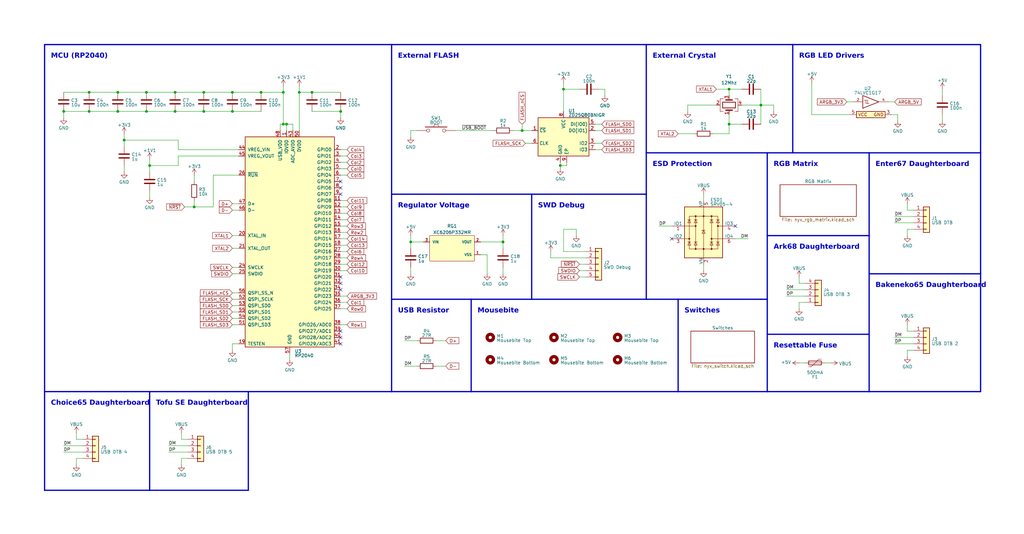
<source format=kicad_sch>
(kicad_sch (version 20220404) (generator eeschema)
  (paper "User" 408.508 213.004)
  (title_block (title "Nyx") (date "2023-08-15") (rev "2") (comment 1 "Copyright © 2023 HorrorTroll") (comment 2 "GPL2 License"))
  (junction (at 69.85 44.45))
  (junction (at 35.56 36.83))
  (junction (at 46.99 44.45))
  (junction (at 77.47 82.55))
  (junction (at 290.83 49.53))
  (junction (at 119.38 36.83))
  (junction (at 25.4 44.45))
  (junction (at 58.42 36.83))
  (junction (at 135.89 44.45))
  (junction (at 104.14 36.83))
  (junction (at 303.53 41.91))
  (junction (at 200.66 96.52))
  (junction (at 124.46 36.83))
  (junction (at 92.71 44.45))
  (junction (at 163.83 96.52))
  (junction (at 114.3 49.53))
  (junction (at 35.56 44.45))
  (junction (at 81.28 44.45))
  (junction (at 224.79 35.56))
  (junction (at 113.03 36.83))
  (junction (at 208.28 52.07))
  (junction (at 113.03 49.53))
  (junction (at 46.99 36.83))
  (junction (at 290.83 35.56))
  (junction (at 69.85 36.83))
  (junction (at 223.52 66.04))
  (junction (at 92.71 36.83))
  (junction (at 49.53 55.88))
  (junction (at 59.69 66.04))
  (junction (at 58.42 44.45))
  (junction (at 81.28 36.83))
  (no_connect (at 135.89 132.08))
  (no_connect (at 135.89 137.16))
  (no_connect (at 135.89 77.47))
  (no_connect (at 135.89 74.93))
  (no_connect (at 135.89 134.62))
  (no_connect (at 135.89 115.57))
  (no_connect (at 135.89 113.03))
  (no_connect (at 135.89 72.39))
  (no_connect (at 267.97 95.25))
  (no_connect (at 293.37 90.17))
  (no_connect (at 135.89 110.49))
  (wire (pts (xy 135.89 95.25) (xy 138.43 95.25)))
  (wire (pts (xy 92.71 81.28) (xy 95.25 81.28)))
  (wire (pts (xy 77.47 82.55) (xy 85.09 82.55)))
  (polyline (pts (xy 346.71 60.96) (xy 391.16 60.96)) (stroke (width 0.5) (type solid)))
  (wire (pts (xy 33.02 175.26) (xy 30.48 175.26)))
  (wire (pts (xy 163.83 106.68) (xy 163.83 109.22)))
  (wire (pts (xy 224.79 35.56) (xy 231.14 35.56)))
  (wire (pts (xy 71.12 59.69) (xy 95.25 59.69)))
  (wire (pts (xy 72.39 172.72) (xy 72.39 175.26)))
  (wire (pts (xy 58.42 36.83) (xy 69.85 36.83)))
  (wire (pts (xy 177.8 135.89) (xy 173.99 135.89)))
  (wire (pts (xy 92.71 99.06) (xy 95.25 99.06)))
  (polyline (pts (xy 257.81 119.38) (xy 257.81 77.47)) (stroke (width 0.5) (type solid)))
  (wire (pts (xy 33.02 182.88) (xy 30.48 182.88)))
  (wire (pts (xy 135.89 59.69) (xy 138.43 59.69)))
  (wire (pts (xy 375.92 45.72) (xy 375.92 48.26)))
  (wire (pts (xy 361.95 81.28) (xy 361.95 83.82)))
  (wire (pts (xy 181.61 52.07) (xy 196.85 52.07)))
  (wire (pts (xy 119.38 36.83) (xy 124.46 36.83)))
  (wire (pts (xy 233.68 100.33) (xy 224.79 100.33)))
  (wire (pts (xy 204.47 52.07) (xy 208.28 52.07)))
  (wire (pts (xy 30.48 182.88) (xy 30.48 185.42)))
  (wire (pts (xy 49.53 66.04) (xy 49.53 68.58)))
  (wire (pts (xy 323.85 33.02) (xy 323.85 45.72)))
  (wire (pts (xy 208.28 52.07) (xy 212.09 52.07)))
  (wire (pts (xy 318.77 120.65) (xy 318.77 123.19)))
  (wire (pts (xy 219.71 102.87) (xy 233.68 102.87)))
  (wire (pts (xy 92.71 116.84) (xy 95.25 116.84)))
  (polyline (pts (xy 316.23 17.78) (xy 257.81 17.78)) (stroke (width 0.5) (type solid)))
  (wire (pts (xy 238.76 35.56) (xy 241.3 35.56)))
  (wire (pts (xy 237.49 57.15) (xy 240.03 57.15)))
  (wire (pts (xy 224.79 100.33) (xy 224.79 91.44)))
  (polyline (pts (xy 156.21 156.21) (xy 156.21 119.38)) (stroke (width 0.5) (type solid)))
  (wire (pts (xy 231.14 105.41) (xy 233.68 105.41)))
  (polyline (pts (xy 156.21 17.78) (xy 257.81 17.78)) (stroke (width 0.5) (type solid)))
  (wire (pts (xy 114.3 49.53) (xy 114.3 52.07)))
  (polyline (pts (xy 346.71 156.21) (xy 391.16 156.21)) (stroke (width 0.5) (type solid)))
  (polyline (pts (xy 59.69 195.58) (xy 59.69 156.21)) (stroke (width 0.5) (type solid)))
  (wire (pts (xy 355.6 45.72) (xy 358.14 45.72)))
  (wire (pts (xy 313.69 115.57) (xy 321.31 115.57)))
  (wire (pts (xy 223.52 66.04) (xy 223.52 67.31)))
  (polyline (pts (xy 346.71 133.35) (xy 306.07 133.35)) (stroke (width 0.5) (type solid)))
  (wire (pts (xy 114.3 49.53) (xy 113.03 49.53)))
  (wire (pts (xy 119.38 34.29) (xy 119.38 36.83)))
  (wire (pts (xy 223.52 66.04) (xy 226.06 66.04)))
  (wire (pts (xy 25.4 44.45) (xy 25.4 46.99)))
  (wire (pts (xy 231.14 107.95) (xy 233.68 107.95)))
  (wire (pts (xy 364.49 91.44) (xy 361.95 91.44)))
  (wire (pts (xy 339.09 45.72) (xy 323.85 45.72)))
  (wire (pts (xy 356.87 134.62) (xy 364.49 134.62)))
  (wire (pts (xy 138.43 80.01) (xy 135.89 80.01)))
  (wire (pts (xy 69.85 36.83) (xy 81.28 36.83)))
  (polyline (pts (xy 156.21 156.21) (xy 17.78 156.21)) (stroke (width 0.5) (type solid)))
  (wire (pts (xy 92.71 119.38) (xy 95.25 119.38)))
  (polyline (pts (xy 346.71 93.98) (xy 306.07 93.98)) (stroke (width 0.5) (type solid)))
  (wire (pts (xy 241.3 35.56) (xy 241.3 38.1)))
  (wire (pts (xy 92.71 121.92) (xy 95.25 121.92)))
  (wire (pts (xy 135.89 90.17) (xy 138.43 90.17)))
  (polyline (pts (xy 156.21 119.38) (xy 156.21 77.47)) (stroke (width 0.5) (type solid)))
  (wire (pts (xy 92.71 36.83) (xy 104.14 36.83)))
  (polyline (pts (xy 17.78 156.21) (xy 17.78 17.78)) (stroke (width 0.5) (type solid)))
  (polyline (pts (xy 257.81 119.38) (xy 212.09 119.38)) (stroke (width 0.5) (type solid)))
  (polyline (pts (xy 270.51 119.38) (xy 303.53 119.38)) (stroke (width 0.5) (type solid)))
  (wire (pts (xy 200.66 96.52) (xy 200.66 99.06)))
  (wire (pts (xy 226.06 66.04) (xy 226.06 64.77)))
  (wire (pts (xy 25.4 36.83) (xy 35.56 36.83)))
  (wire (pts (xy 191.77 96.52) (xy 200.66 96.52)))
  (wire (pts (xy 290.83 35.56) (xy 290.83 38.1)))
  (polyline (pts (xy 99.06 195.58) (xy 99.06 156.21)) (stroke (width 0.5) (type solid)))
  (polyline (pts (xy 187.96 156.21) (xy 187.96 119.38)) (stroke (width 0.5) (type solid)))
  (polyline (pts (xy 270.51 156.21) (xy 187.96 156.21)) (stroke (width 0.5) (type solid)))
  (polyline (pts (xy 59.69 195.58) (xy 99.06 195.58)) (stroke (width 0.5) (type solid)))
  (wire (pts (xy 72.39 182.88) (xy 72.39 185.42)))
  (polyline (pts (xy 212.09 119.38) (xy 212.09 77.47)) (stroke (width 0.5) (type solid)))
  (polyline (pts (xy 306.07 119.38) (xy 306.07 93.98)) (stroke (width 0.5) (type solid)))
  (wire (pts (xy 85.09 82.55) (xy 85.09 69.85)))
  (wire (pts (xy 73.66 82.55) (xy 77.47 82.55)))
  (wire (pts (xy 274.32 41.91) (xy 285.75 41.91)))
  (polyline (pts (xy 303.53 119.38) (xy 306.07 119.38)) (stroke (width 0.5) (type solid)))
  (polyline (pts (xy 257.81 77.47) (xy 212.09 77.47)) (stroke (width 0.5) (type solid)))
  (wire (pts (xy 280.67 77.47) (xy 280.67 80.01)))
  (wire (pts (xy 200.66 106.68) (xy 200.66 109.22)))
  (wire (pts (xy 364.49 139.7) (xy 361.95 139.7)))
  (wire (pts (xy 95.25 137.16) (xy 92.71 137.16)))
  (wire (pts (xy 77.47 82.55) (xy 77.47 80.01)))
  (wire (pts (xy 49.53 55.88) (xy 49.53 58.42)))
  (polyline (pts (xy 306.07 156.21) (xy 270.51 156.21)) (stroke (width 0.5) (type solid)))
  (wire (pts (xy 318.77 144.78) (xy 321.31 144.78)))
  (polyline (pts (xy 187.96 156.21) (xy 156.21 156.21)) (stroke (width 0.5) (type solid)))
  (wire (pts (xy 194.31 101.6) (xy 194.31 109.22)))
  (wire (pts (xy 92.71 83.82) (xy 95.25 83.82)))
  (wire (pts (xy 67.31 177.8) (xy 74.93 177.8)))
  (wire (pts (xy 25.4 177.8) (xy 33.02 177.8)))
  (wire (pts (xy 356.87 137.16) (xy 364.49 137.16)))
  (wire (pts (xy 237.49 49.53) (xy 240.03 49.53)))
  (wire (pts (xy 209.55 57.15) (xy 212.09 57.15)))
  (wire (pts (xy 81.28 36.83) (xy 92.71 36.83)))
  (polyline (pts (xy 346.71 93.98) (xy 346.71 60.96)) (stroke (width 0.5) (type solid)))
  (wire (pts (xy 313.69 118.11) (xy 321.31 118.11)))
  (polyline (pts (xy 346.71 60.96) (xy 316.23 60.96)) (stroke (width 0.5) (type solid)))
  (wire (pts (xy 25.4 44.45) (xy 35.56 44.45)))
  (wire (pts (xy 77.47 69.85) (xy 77.47 72.39)))
  (wire (pts (xy 354.33 40.64) (xy 356.87 40.64)))
  (wire (pts (xy 280.67 105.41) (xy 280.67 107.95)))
  (wire (pts (xy 361.95 129.54) (xy 361.95 132.08)))
  (wire (pts (xy 284.48 53.34) (xy 290.83 53.34)))
  (wire (pts (xy 92.71 124.46) (xy 95.25 124.46)))
  (wire (pts (xy 135.89 85.09) (xy 138.43 85.09)))
  (wire (pts (xy 135.89 100.33) (xy 138.43 100.33)))
  (wire (pts (xy 318.77 110.49) (xy 318.77 113.03)))
  (polyline (pts (xy 391.16 60.96) (xy 391.16 109.22)) (stroke (width 0.5) (type solid)))
  (wire (pts (xy 337.82 40.64) (xy 340.36 40.64)))
  (polyline (pts (xy 346.71 156.21) (xy 306.07 156.21)) (stroke (width 0.5) (type solid)))
  (polyline (pts (xy 346.71 133.35) (xy 346.71 93.98)) (stroke (width 0.5) (type solid)))
  (wire (pts (xy 135.89 123.19) (xy 138.43 123.19)))
  (wire (pts (xy 177.8 146.05) (xy 173.99 146.05)))
  (wire (pts (xy 59.69 66.04) (xy 71.12 66.04)))
  (wire (pts (xy 135.89 64.77) (xy 138.43 64.77)))
  (wire (pts (xy 295.91 41.91) (xy 303.53 41.91)))
  (wire (pts (xy 163.83 96.52) (xy 168.91 96.52)))
  (wire (pts (xy 208.28 49.53) (xy 208.28 52.07)))
  (wire (pts (xy 135.89 82.55) (xy 138.43 82.55)))
  (wire (pts (xy 35.56 36.83) (xy 46.99 36.83)))
  (wire (pts (xy 318.77 113.03) (xy 321.31 113.03)))
  (wire (pts (xy 161.29 135.89) (xy 166.37 135.89)))
  (wire (pts (xy 163.83 52.07) (xy 163.83 54.61)))
  (wire (pts (xy 59.69 66.04) (xy 59.69 63.5)))
  (polyline (pts (xy 270.51 119.38) (xy 257.81 119.38)) (stroke (width 0.5) (type solid)))
  (wire (pts (xy 113.03 49.53) (xy 111.76 49.53)))
  (wire (pts (xy 92.71 109.22) (xy 95.25 109.22)))
  (wire (pts (xy 375.92 35.56) (xy 375.92 38.1)))
  (wire (pts (xy 135.89 87.63) (xy 138.43 87.63)))
  (wire (pts (xy 191.77 101.6) (xy 194.31 101.6)))
  (wire (pts (xy 328.93 144.78) (xy 331.47 144.78)))
  (wire (pts (xy 115.57 140.97) (xy 115.57 143.51)))
  (polyline (pts (xy 316.23 60.96) (xy 257.81 60.96)) (stroke (width 0.5) (type solid)))
  (polyline (pts (xy 306.07 119.38) (xy 306.07 156.21)) (stroke (width 0.5) (type solid)))
  (polyline (pts (xy 156.21 77.47) (xy 156.21 17.78)) (stroke (width 0.5) (type solid)))
  (wire (pts (xy 35.56 44.45) (xy 46.99 44.45)))
  (polyline (pts (xy 270.51 156.21) (xy 270.51 119.38)) (stroke (width 0.5) (type solid)))
  (wire (pts (xy 290.83 53.34) (xy 290.83 49.53)))
  (polyline (pts (xy 187.96 119.38) (xy 156.21 119.38)) (stroke (width 0.5) (type solid)))
  (wire (pts (xy 92.71 127) (xy 95.25 127)))
  (wire (pts (xy 92.71 137.16) (xy 92.71 139.7)))
  (polyline (pts (xy 346.71 156.21) (xy 346.71 133.35)) (stroke (width 0.5) (type solid)))
  (wire (pts (xy 361.95 91.44) (xy 361.95 93.98)))
  (wire (pts (xy 219.71 100.33) (xy 219.71 102.87)))
  (wire (pts (xy 71.12 55.88) (xy 71.12 59.69)))
  (polyline (pts (xy 391.16 17.78) (xy 391.16 60.96)) (stroke (width 0.5) (type solid)))
  (wire (pts (xy 81.28 44.45) (xy 92.71 44.45)))
  (polyline (pts (xy 212.09 119.38) (xy 187.96 119.38)) (stroke (width 0.5) (type solid)))
  (wire (pts (xy 224.79 33.02) (xy 224.79 35.56)))
  (wire (pts (xy 59.69 66.04) (xy 59.69 68.58)))
  (wire (pts (xy 119.38 36.83) (xy 119.38 52.07)))
  (wire (pts (xy 293.37 95.25) (xy 298.45 95.25)))
  (wire (pts (xy 356.87 88.9) (xy 364.49 88.9)))
  (wire (pts (xy 49.53 53.34) (xy 49.53 55.88)))
  (wire (pts (xy 303.53 41.91) (xy 308.61 41.91)))
  (wire (pts (xy 135.89 67.31) (xy 138.43 67.31)))
  (wire (pts (xy 237.49 59.69) (xy 240.03 59.69)))
  (wire (pts (xy 223.52 66.04) (xy 223.52 64.77)))
  (wire (pts (xy 71.12 66.04) (xy 71.12 62.23)))
  (wire (pts (xy 135.89 92.71) (xy 138.43 92.71)))
  (wire (pts (xy 46.99 44.45) (xy 58.42 44.45)))
  (wire (pts (xy 231.14 110.49) (xy 233.68 110.49)))
  (wire (pts (xy 290.83 45.72) (xy 290.83 49.53)))
  (wire (pts (xy 135.89 97.79) (xy 138.43 97.79)))
  (wire (pts (xy 308.61 41.91) (xy 308.61 44.45)))
  (wire (pts (xy 74.93 175.26) (xy 72.39 175.26)))
  (wire (pts (xy 358.14 45.72) (xy 358.14 48.26)))
  (polyline (pts (xy 17.78 17.78) (xy 156.21 17.78)) (stroke (width 0.5) (type solid)))
  (wire (pts (xy 92.71 106.68) (xy 95.25 106.68)))
  (wire (pts (xy 290.83 35.56) (xy 295.91 35.56)))
  (wire (pts (xy 113.03 36.83) (xy 113.03 49.53)))
  (wire (pts (xy 163.83 93.98) (xy 163.83 96.52)))
  (wire (pts (xy 224.79 35.56) (xy 224.79 44.45)))
  (wire (pts (xy 74.93 182.88) (xy 72.39 182.88)))
  (polyline (pts (xy 17.78 156.21) (xy 17.78 195.58)) (stroke (width 0.5) (type solid)))
  (wire (pts (xy 135.89 69.85) (xy 138.43 69.85)))
  (polyline (pts (xy 257.81 77.47) (xy 257.81 60.96)) (stroke (width 0.5) (type solid)))
  (wire (pts (xy 92.71 44.45) (xy 104.14 44.45)))
  (wire (pts (xy 321.31 120.65) (xy 318.77 120.65)))
  (wire (pts (xy 135.89 118.11) (xy 138.43 118.11)))
  (wire (pts (xy 135.89 129.54) (xy 138.43 129.54)))
  (wire (pts (xy 49.53 55.88) (xy 71.12 55.88)))
  (wire (pts (xy 92.71 93.98) (xy 95.25 93.98)))
  (wire (pts (xy 58.42 44.45) (xy 69.85 44.45)))
  (wire (pts (xy 200.66 93.98) (xy 200.66 96.52)))
  (polyline (pts (xy 391.16 109.22) (xy 346.71 109.22)) (stroke (width 0.5) (type solid)))
  (wire (pts (xy 224.79 91.44) (xy 229.87 91.44)))
  (wire (pts (xy 303.53 35.56) (xy 303.53 41.91)))
  (wire (pts (xy 356.87 86.36) (xy 364.49 86.36)))
  (polyline (pts (xy 156.21 77.47) (xy 212.09 77.47)) (stroke (width 0.5) (type solid)))
  (wire (pts (xy 135.89 102.87) (xy 138.43 102.87)))
  (wire (pts (xy 285.75 35.56) (xy 290.83 35.56)))
  (wire (pts (xy 364.49 132.08) (xy 361.95 132.08)))
  (wire (pts (xy 69.85 44.45) (xy 81.28 44.45)))
  (wire (pts (xy 364.49 83.82) (xy 361.95 83.82)))
  (polyline (pts (xy 306.07 93.98) (xy 306.07 60.96)) (stroke (width 0.5) (type solid)))
  (wire (pts (xy 361.95 139.7) (xy 361.95 142.24)))
  (wire (pts (xy 274.32 41.91) (xy 274.32 44.45)))
  (wire (pts (xy 290.83 49.53) (xy 295.91 49.53)))
  (wire (pts (xy 135.89 107.95) (xy 138.43 107.95)))
  (polyline (pts (xy 391.16 109.22) (xy 391.16 156.21)) (stroke (width 0.5) (type solid)))
  (wire (pts (xy 270.51 53.34) (xy 276.86 53.34)))
  (wire (pts (xy 25.4 180.34) (xy 33.02 180.34)))
  (wire (pts (xy 163.83 96.52) (xy 163.83 99.06)))
  (wire (pts (xy 46.99 36.83) (xy 58.42 36.83)))
  (wire (pts (xy 30.48 172.72) (xy 30.48 175.26)))
  (wire (pts (xy 92.71 129.54) (xy 95.25 129.54)))
  (polyline (pts (xy 17.78 195.58) (xy 59.69 195.58)) (stroke (width 0.5) (type solid)))
  (wire (pts (xy 135.89 62.23) (xy 138.43 62.23)))
  (wire (pts (xy 229.87 91.44) (xy 229.87 93.98)))
  (wire (pts (xy 67.31 180.34) (xy 74.93 180.34)))
  (wire (pts (xy 71.12 62.23) (xy 95.25 62.23)))
  (wire (pts (xy 135.89 44.45) (xy 135.89 46.99)))
  (wire (pts (xy 116.84 49.53) (xy 114.3 49.53)))
  (wire (pts (xy 104.14 36.83) (xy 113.03 36.83)))
  (wire (pts (xy 59.69 76.2) (xy 59.69 78.74)))
  (wire (pts (xy 262.89 90.17) (xy 267.97 90.17)))
  (polyline (pts (xy 316.23 60.96) (xy 316.23 17.78)) (stroke (width 0.5) (type solid)))
  (wire (pts (xy 161.29 146.05) (xy 166.37 146.05)))
  (wire (pts (xy 124.46 44.45) (xy 135.89 44.45)))
  (wire (pts (xy 166.37 52.07) (xy 163.83 52.07)))
  (wire (pts (xy 135.89 120.65) (xy 138.43 120.65)))
  (wire (pts (xy 124.46 36.83) (xy 135.89 36.83)))
  (wire (pts (xy 237.49 52.07) (xy 240.03 52.07)))
  (wire (pts (xy 116.84 52.07) (xy 116.84 49.53)))
  (wire (pts (xy 85.09 69.85) (xy 95.25 69.85)))
  (wire (pts (xy 111.76 49.53) (xy 111.76 52.07)))
  (polyline (pts (xy 391.16 17.78) (xy 316.23 17.78)) (stroke (width 0.5) (type solid)))
  (wire (pts (xy 135.89 105.41) (xy 138.43 105.41)))
  (wire (pts (xy 113.03 34.29) (xy 113.03 36.83)))
  (wire (pts (xy 303.53 41.91) (xy 303.53 49.53)))
  (polyline (pts (xy 257.81 60.96) (xy 257.81 17.78)) (stroke (width 0.5) (type solid)))
  (text "Switches" (at 273.05 125.73 0) (effects (font (size 2 2) (thickness 0.4) bold) (justify left bottom)))
  (text "Enter67 Daughterboard" (at 349.25 67.31 0) (effects (font (size 2 2) (thickness 0.4) bold) (justify left bottom)))
  (text "MCU (RP2040)" (at 20.32 24.13 0) (effects (font (size 2 2) (thickness 0.4) bold) (justify left bottom)))
  (text "External Crystal" (at 260.35 24.13 0) (effects (font (size 2 2) (thickness 0.4) bold) (justify left bottom)))
  (text "RGB Matrix" (at 308.61 67.31 0) (effects (font (size 2 2) (thickness 0.4) bold) (justify left bottom)))
  (text "USB Resistor" (at 158.75 125.73 0) (effects (font (size 2 2) (thickness 0.4) bold) (justify left bottom)))
  (text "Choice65 Daughterboard" (at 20.32 162.56 0) (effects (font (size 2 2) (thickness 0.4) bold) (justify left bottom)))
  (text "Mousebite" (at 190.5 125.73 0) (effects (font (size 2 2) (thickness 0.4) bold) (justify left bottom)))
  (text "Bakeneko65 Daughterboard" (at 349.25 115.57 0) (effects (font (size 2 2) (thickness 0.4) bold) (justify left bottom)))
  (text "Resettable Fuse" (at 308.61 139.7 0) (effects (font (size 2 2) (thickness 0.4) bold) (justify left bottom)))
  (text "ESD Protection" (at 260.35 67.31 0) (effects (font (size 2 2) (thickness 0.4) bold) (justify left bottom)))
  (text "Tofu SE Daughterboard" (at 62.23 162.56 0) (effects (font (size 2 2) (thickness 0.4) bold) (justify left bottom)))
  (text "Ark68 Daughterboard" (at 308.61 100.33 0) (effects (font (size 2 2) (thickness 0.4) bold) (justify left bottom)))
  (text "RGB LED Drivers" (at 318.77 24.13 0) (effects (font (size 2 2) (thickness 0.4) bold) (justify left bottom)))
  (text "SWD Debug" (at 214.63 83.82 0) (effects (font (size 2 2) (thickness 0.4) bold) (justify left bottom)))
  (text "Regulator Voltage" (at 158.75 83.82 0) (effects (font (size 2 2) (thickness 0.4) bold) (justify left bottom)))
  (text "External FLASH" (at 158.75 24.13 0) (effects (font (size 2 2) (thickness 0.4) bold) (justify left bottom)))
  (label "DM" (at 356.87 86.36 0))
  (label "DP" (at 262.89 90.17 0))
  (label "DP" (at 67.31 180.34 0))
  (label "DM" (at 161.29 146.05 0))
  (label "DP" (at 356.87 137.16 0))
  (label "DP" (at 356.87 88.9 0))
  (label "~{USB_BOOT}" (at 184.15 52.07 0))
  (label "DM" (at 298.45 95.25 0))
  (label "DP" (at 161.29 135.89 0))
  (label "DM" (at 25.4 177.8 0))
  (label "DM" (at 356.87 134.62 0))
  (label "DP" (at 313.69 118.11 0))
  (label "DM" (at 313.69 115.57 0))
  (label "DM" (at 67.31 177.8 0))
  (label "DP" (at 25.4 180.34 0))
  (global_label "SWDIO" (shape input) (at 92.71 109.22 180) (property "Intersheetrefs" "${INTERSHEET_REFS}" (effects hide)))
  (global_label "Row0" (shape input) (at 138.43 123.19 0) (property "Intersheetrefs" "${INTERSHEET_REFS}" (effects hide)))
  (global_label "Col13" (shape input) (at 138.43 97.79 0) (property "Intersheetrefs" "${INTERSHEET_REFS}" (effects hide)))
  (global_label "Col3" (shape input) (at 138.43 62.23 0) (property "Intersheetrefs" "${INTERSHEET_REFS}" (effects hide)))
  (global_label "FLASH_SCK" (shape input) (at 209.55 57.15 180) (property "Intersheetrefs" "${INTERSHEET_REFS}" (effects hide)))
  (global_label "FLASH_SD1" (shape input) (at 92.71 124.46 180) (property "Intersheetrefs" "${INTERSHEET_REFS}" (effects hide)))
  (global_label "Col7" (shape input) (at 138.43 87.63 0) (property "Intersheetrefs" "${INTERSHEET_REFS}" (effects hide)))
  (global_label "FLASH_SD3" (shape input) (at 92.71 129.54 180) (property "Intersheetrefs" "${INTERSHEET_REFS}" (effects hide)))
  (global_label "Col12" (shape input) (at 138.43 105.41 0) (property "Intersheetrefs" "${INTERSHEET_REFS}" (effects hide)))
  (global_label "Col11" (shape input) (at 138.43 80.01 0) (property "Intersheetrefs" "${INTERSHEET_REFS}" (effects hide)))
  (global_label "Col10" (shape input) (at 138.43 107.95 0) (property "Intersheetrefs" "${INTERSHEET_REFS}" (effects hide)))
  (global_label "ARGB_5V" (shape input) (at 356.87 40.64 0) (property "Intersheet References" "${INTERSHEET_REFS}" (effects hide)))
  (global_label "XTAL1" (shape input) (at 285.75 35.56 180) (property "Intersheetrefs" "${INTERSHEET_REFS}" (effects hide)))
  (global_label "~{NRST}" (shape input) (at 73.66 82.55 180) (property "Intersheetrefs" "${INTERSHEET_REFS}" (effects hide)))
  (global_label "XTAL1" (shape input) (at 92.71 93.98 180) (property "Intersheetrefs" "${INTERSHEET_REFS}" (effects hide)))
  (global_label "FLASH_SD2" (shape input) (at 92.71 127 180) (property "Intersheetrefs" "${INTERSHEET_REFS}" (effects hide)))
  (global_label "FLASH_SD3" (shape input) (at 240.03 59.69 0) (property "Intersheetrefs" "${INTERSHEET_REFS}" (effects hide)))
  (global_label "Col6" (shape input) (at 138.43 100.33 0) (property "Intersheetrefs" "${INTERSHEET_REFS}" (effects hide)))
  (global_label "Row4" (shape input) (at 138.43 102.87 0) (property "Intersheetrefs" "${INTERSHEET_REFS}" (effects hide)))
  (global_label "ARGB_3V3" (shape input) (at 337.82 40.64 180) (property "Intersheet References" "${INTERSHEET_REFS}" (effects hide)))
  (global_label "D+" (shape input) (at 92.71 81.28 180) (property "Intersheetrefs" "${INTERSHEET_REFS}" (effects hide)))
  (global_label "FLASH_SD0" (shape input) (at 92.71 121.92 180) (property "Intersheetrefs" "${INTERSHEET_REFS}" (effects hide)))
  (global_label "FLASH_SD2" (shape input) (at 240.03 57.15 0) (property "Intersheetrefs" "${INTERSHEET_REFS}" (effects hide)))
  (global_label "SWDIO" (shape input) (at 231.14 107.95 180) (property "Intersheetrefs" "${INTERSHEET_REFS}" (effects hide)))
  (global_label "D-" (shape input) (at 177.8 146.05 0) (property "Intersheet References" "${INTERSHEET_REFS}" (effects hide)))
  (global_label "Row2" (shape input) (at 138.43 92.71 0) (property "Intersheetrefs" "${INTERSHEET_REFS}" (effects hide)))
  (global_label "FLASH_SD0" (shape input) (at 240.03 49.53 0) (property "Intersheetrefs" "${INTERSHEET_REFS}" (effects hide)))
  (global_label "Col4" (shape input) (at 138.43 59.69 0) (property "Intersheetrefs" "${INTERSHEET_REFS}" (effects hide)))
  (global_label "Row3" (shape input) (at 138.43 90.17 0) (property "Intersheetrefs" "${INTERSHEET_REFS}" (effects hide)))
  (global_label "Col2" (shape input) (at 138.43 64.77 0) (property "Intersheetrefs" "${INTERSHEET_REFS}" (effects hide)))
  (global_label "XTAL2" (shape input) (at 270.51 53.34 180) (property "Intersheetrefs" "${INTERSHEET_REFS}" (effects hide)))
  (global_label "ARGB_3V3" (shape input) (at 138.43 118.11 0) (property "Intersheetrefs" "${INTERSHEET_REFS}" (effects hide)))
  (global_label "SWCLK" (shape input) (at 231.14 110.49 180) (property "Intersheetrefs" "${INTERSHEET_REFS}" (effects hide)))
  (global_label "XTAL2" (shape input) (at 92.71 99.06 180) (property "Intersheetrefs" "${INTERSHEET_REFS}" (effects hide)))
  (global_label "FLASH_SD1" (shape input) (at 240.03 52.07 0) (property "Intersheetrefs" "${INTERSHEET_REFS}" (effects hide)))
  (global_label "~{NRST}" (shape input) (at 231.14 105.41 180) (property "Intersheetrefs" "${INTERSHEET_REFS}" (effects hide)))
  (global_label "Col9" (shape input) (at 138.43 82.55 0) (property "Intersheetrefs" "${INTERSHEET_REFS}" (effects hide)))
  (global_label "Col5" (shape input) (at 138.43 69.85 0) (property "Intersheetrefs" "${INTERSHEET_REFS}" (effects hide)))
  (global_label "SWCLK" (shape input) (at 92.71 106.68 180) (property "Intersheetrefs" "${INTERSHEET_REFS}" (effects hide)))
  (global_label "Col1" (shape input) (at 138.43 120.65 0) (property "Intersheetrefs" "${INTERSHEET_REFS}" (effects hide)))
  (global_label "D+" (shape input) (at 177.8 135.89 0) (property "Intersheet References" "${INTERSHEET_REFS}" (effects hide)))
  (global_label "FLASH_SCK" (shape input) (at 92.71 119.38 180) (property "Intersheetrefs" "${INTERSHEET_REFS}" (effects hide)))
  (global_label "D-" (shape input) (at 92.71 83.82 180) (property "Intersheetrefs" "${INTERSHEET_REFS}" (effects hide)))
  (global_label "Row1" (shape input) (at 138.43 129.54 0) (property "Intersheetrefs" "${INTERSHEET_REFS}" (effects hide)))
  (global_label "FLASH_nCS" (shape input) (at 92.71 116.84 180) (property "Intersheetrefs" "${INTERSHEET_REFS}" (effects hide)))
  (global_label "Col0" (shape input) (at 138.43 67.31 0) (property "Intersheetrefs" "${INTERSHEET_REFS}" (effects hide)))
  (global_label "Col14" (shape input) (at 138.43 95.25 0) (property "Intersheetrefs" "${INTERSHEET_REFS}" (effects hide)))
  (global_label "FLASH_nCS" (shape input) (at 208.28 49.53 90) (property "Intersheetrefs" "${INTERSHEET_REFS}" (effects hide)))
  (global_label "Col8" (shape input) (at 138.43 85.09 0) (property "Intersheetrefs" "${INTERSHEET_REFS}" (effects hide)))
  (symbol (lib_id "power:+5V") (at 323.85 33.02 0) (unit 1)
    (default_instance (reference "#PWR") (unit 1) (value "+5V") (footprint ""))
    (property "Reference" "#PWR04" (effects hide))
    (property "Value" "+5V" (at 323.85 29.5371 0))
  )
  (symbol (lib_id "power:GND") (at 25.4 46.99 0) (unit 1)
    (default_instance (reference "#PWR") (unit 1) (value "GND") (footprint ""))
    (property "Reference" "#PWR0104" (effects hide))
    (property "Value" "GND" (at 25.4 51.0461 0))
  )
  (symbol (lib_id "Device:C") (at 35.56 40.64 0) (unit 1)
    (default_instance (reference "C") (unit 1) (value "C") (footprint ""))
    (property "Reference" "C4" (at 38.481 40.0455 0) (effects (justify left)))
    (property "Value" "100n" (at 38.481 41.8077 0) (effects (justify left)))
    (property "Footprint" "Capacitor_SMD:C_0402_1005Metric" (effects hide))
    (property "LCSC Part Number" "C307331" (effects hide))
  )
  (symbol (lib_id "power:GND") (at 163.83 54.61 0) (unit 1)
    (default_instance (reference "#PWR") (unit 1) (value "GND") (footprint ""))
    (property "Reference" "#PWR0117" (effects hide))
    (property "Value" "GND" (at 163.83 58.6661 0))
  )
  (symbol (lib_id "power:GND") (at 30.48 185.42 0) (unit 1)
    (default_instance (reference "#PWR") (unit 1) (value "GND") (footprint ""))
    (property "Reference" "#PWR019" (effects hide))
    (property "Value" "GND" (at 30.48 189.4761 0))
  )
  (symbol (lib_id "power:GND") (at 92.71 139.7 0) (unit 1)
    (default_instance (reference "#PWR") (unit 1) (value "GND") (footprint ""))
    (property "Reference" "#PWR0105" (effects hide))
    (property "Value" "GND" (at 92.71 143.7561 0))
  )
  (symbol (lib_id "power:VBUS") (at 361.95 129.54 0) (unit 1)
    (default_instance (reference "#PWR") (unit 1) (value "VBUS") (footprint ""))
    (property "Reference" "#PWR05" (effects hide))
    (property "Value" "VBUS" (at 361.95 126.0571 0))
  )
  (symbol (lib_id "power:GND") (at 361.95 142.24 0) (unit 1)
    (default_instance (reference "#PWR") (unit 1) (value "GND") (footprint ""))
    (property "Reference" "#PWR06" (effects hide))
    (property "Value" "GND" (at 361.95 146.2961 0))
  )
  (symbol (lib_id "power:VBUS") (at 30.48 172.72 0) (unit 1)
    (default_instance (reference "#PWR") (unit 1) (value "VBUS") (footprint ""))
    (property "Reference" "#PWR01" (effects hide))
    (property "Value" "VBUS" (at 30.48 169.2371 0))
  )
  (symbol (lib_id "Device:C") (at 81.28 40.64 0) (unit 1)
    (default_instance (reference "C") (unit 1) (value "C") (footprint ""))
    (property "Reference" "C8" (at 84.201 40.0455 0) (effects (justify left)))
    (property "Value" "100n" (at 84.201 41.8077 0) (effects (justify left)))
    (property "Footprint" "Capacitor_SMD:C_0402_1005Metric" (effects hide))
    (property "LCSC Part Number" "C307331" (effects hide))
  )
  (symbol (lib_id "Device:C") (at 49.53 62.23 0) (unit 1)
    (default_instance (reference "C") (unit 1) (value "C") (footprint ""))
    (property "Reference" "C14" (at 52.451 61.6355 0) (effects (justify left)))
    (property "Value" "1u" (at 52.451 63.3977 0) (effects (justify left)))
    (property "Footprint" "Capacitor_SMD:C_0402_1005Metric" (effects hide))
    (property "LCSC Part Number" "C52923" (effects hide))
  )
  (symbol (lib_id "Device:C") (at 58.42 40.64 0) (unit 1)
    (default_instance (reference "C") (unit 1) (value "C") (footprint ""))
    (property "Reference" "C6" (at 61.341 40.0455 0) (effects (justify left)))
    (property "Value" "100n" (at 61.341 41.8077 0) (effects (justify left)))
    (property "Footprint" "Capacitor_SMD:C_0402_1005Metric" (effects hide))
    (property "LCSC Part Number" "C307331" (effects hide))
  )
  (symbol (lib_id "Device:C") (at 69.85 40.64 0) (unit 1)
    (default_instance (reference "C") (unit 1) (value "C") (footprint ""))
    (property "Reference" "C7" (at 72.771 40.0455 0) (effects (justify left)))
    (property "Value" "100n" (at 72.771 41.8077 0) (effects (justify left)))
    (property "Footprint" "Capacitor_SMD:C_0402_1005Metric" (effects hide))
    (property "LCSC Part Number" "C307331" (effects hide))
  )
  (symbol (lib_id "Device:Polyfuse") (at 325.12 144.78 270) (unit 1)
    (default_instance (reference "F") (unit 1) (value "Polyfuse") (footprint ""))
    (property "Reference" "F1" (at 325.12 150.3522 90))
    (property "Value" "500mA" (at 325.12 148.59 90))
    (property "Footprint" "Fuse:Fuse_0805_2012Metric" (effects hide))
    (property "LCSC Part Number" "C269104" (effects hide))
  )
  (symbol (lib_id "power:VBUS") (at 361.95 81.28 0) (unit 1)
    (default_instance (reference "#PWR") (unit 1) (value "VBUS") (footprint ""))
    (property "Reference" "#PWR0134" (effects hide))
    (property "Value" "VBUS" (at 361.95 77.7971 0))
  )
  (symbol (lib_id "Mechanical:MountingHole") (at 195.58 134.62 0) (unit 1)
    (default_instance (reference "H") (unit 1) (value "MountingHole") (footprint ""))
    (property "Reference" "M1" (at 198.12 134.0255 0) (effects (justify left)))
    (property "Value" "Mousebite Top" (at 198.12 135.7877 0) (effects (justify left)))
    (property "Footprint" "HorrorTroll_lib:mousebites_2mm_big_width" (effects hide))
  )
  (symbol (lib_id "power:+3V3") (at 113.03 34.29 0) (unit 1)
    (default_instance (reference "#PWR") (unit 1) (value "+3V3") (footprint ""))
    (property "Reference" "#PWR0103" (effects hide))
    (property "Value" "+3V3" (at 113.03 30.8071 0))
  )
  (symbol (lib_id "power:GND") (at 223.52 67.31 0) (unit 1)
    (default_instance (reference "#PWR") (unit 1) (value "GND") (footprint ""))
    (property "Reference" "#PWR0125" (effects hide))
    (property "Value" "GND" (at 223.52 71.3661 0))
  )
  (symbol (lib_id "power:+5V") (at 318.77 144.78 90) (unit 1)
    (default_instance (reference "#PWR") (unit 1) (value "+5V") (footprint ""))
    (property "Reference" "#PWR0124" (effects hide))
    (property "Value" "+5V" (at 315.595 144.4934 90) (effects (justify left)))
  )
  (symbol (lib_id "power:+3V3") (at 49.53 53.34 0) (unit 1)
    (default_instance (reference "#PWR") (unit 1) (value "+3V3") (footprint ""))
    (property "Reference" "#PWR0107" (effects hide))
    (property "Value" "+3V3" (at 49.53 49.8571 0))
  )
  (symbol (lib_id "Device:C") (at 299.72 35.56 90) (unit 1)
    (default_instance (reference "C") (unit 1) (value "C") (footprint ""))
    (property "Reference" "C1" (at 299.72 30.5689 90))
    (property "Value" "22p" (at 299.72 32.3311 90))
    (property "Footprint" "Capacitor_SMD:C_0402_1005Metric" (effects hide))
    (property "LCSC Part Number" "C1555" (effects hide))
  )
  (symbol (lib_id "power:VBUS") (at 280.67 77.47 0) (unit 1)
    (default_instance (reference "#PWR") (unit 1) (value "VBUS") (footprint ""))
    (property "Reference" "#PWR0127" (effects hide))
    (property "Value" "VBUS" (at 280.67 73.9871 0))
  )
  (symbol (lib_id "power:GND") (at 229.87 93.98 0) (unit 1)
    (default_instance (reference "#PWR") (unit 1) (value "GND") (footprint ""))
    (property "Reference" "#PWR0121" (effects hide))
    (property "Value" "GND" (at 229.87 98.0361 0))
  )
  (symbol (lib_id "Device:C") (at 124.46 40.64 0) (unit 1)
    (default_instance (reference "C") (unit 1) (value "C") (footprint ""))
    (property "Reference" "C11" (at 127.381 40.0455 0) (effects (justify left)))
    (property "Value" "100n" (at 127.381 41.8077 0) (effects (justify left)))
    (property "Footprint" "Capacitor_SMD:C_0402_1005Metric" (effects hide))
    (property "LCSC Part Number" "C307331" (effects hide))
  )
  (symbol (lib_id "Device:R") (at 170.18 135.89 270) (unit 1)
    (default_instance (reference "U") (unit 1) (value "") (footprint ""))
    (property "Reference" "R4" (at 170.18 132.0419 90))
    (property "Value" "27R" (at 170.18 133.8041 90))
    (property "Footprint" "Resistor_SMD:R_0402_1005Metric" (effects hide))
    (property "LCSC Part Number" "C25100" (effects hide))
  )
  (symbol (lib_id "horrortroll_lib:ZD25Q80BNIGR") (at 224.79 54.61 0) (unit 1)
    (default_instance (reference "U") (unit 1) (value "ZD25Q80BNIGR") (footprint "HorrorTroll_lib:USON-8_1.5x1.5mm_P0.45mm"))
    (property "Reference" "U1" (at 226.7459 44.1579 0) (effects (justify left)))
    (property "Value" "ZD25Q80BNIGR" (at 226.7459 45.9201 0) (effects (justify left)))
    (property "Footprint" "HorrorTroll_lib:USON-8_1.5x1.5mm_P0.45mm" (effects hide))
    (property "Datasheet" "http://en.zettadevice.com/uploads/files/1Gb%20%20DDR3/25Q8Mb/1664327733fe2b423e0ab85aea.pdf" (effects hide))
    (property "LCSC Part Number" "C3035284" (effects hide))
  )
  (symbol (lib_id "power:GND") (at 72.39 185.42 0) (unit 1)
    (default_instance (reference "#PWR") (unit 1) (value "GND") (footprint ""))
    (property "Reference" "#PWR020" (effects hide))
    (property "Value" "GND" (at 72.39 189.4761 0))
  )
  (symbol (lib_id "power:GND") (at 318.77 123.19 0) (unit 1)
    (default_instance (reference "#PWR") (unit 1) (value "GND") (footprint ""))
    (property "Reference" "#PWR07" (effects hide))
    (property "Value" "GND" (at 318.77 127.2461 0))
  )
  (symbol (lib_id "Device:C") (at 46.99 40.64 0) (unit 1)
    (default_instance (reference "C") (unit 1) (value "C") (footprint ""))
    (property "Reference" "C5" (at 49.911 40.0455 0) (effects (justify left)))
    (property "Value" "100n" (at 49.911 41.8077 0) (effects (justify left)))
    (property "Footprint" "Capacitor_SMD:C_0402_1005Metric" (effects hide))
    (property "LCSC Part Number" "C307331" (effects hide))
  )
  (symbol (lib_id "power:+3V3") (at 77.47 69.85 0) (unit 1)
    (default_instance (reference "#PWR") (unit 1) (value "+3V3") (footprint ""))
    (property "Reference" "#PWR0106" (effects hide))
    (property "Value" "+3V3" (at 77.47 66.3671 0))
  )
  (symbol (lib_id "Mechanical:MountingHole") (at 246.38 134.62 0) (unit 1)
    (default_instance (reference "H") (unit 1) (value "MountingHole") (footprint ""))
    (property "Reference" "M3" (at 248.92 134.0255 0) (effects (justify left)))
    (property "Value" "Mousebite Top" (at 248.92 135.7877 0) (effects (justify left)))
    (property "Footprint" "HorrorTroll_lib:mousebites_2mm_big_width" (effects hide))
  )
  (symbol (lib_id "Connector_Generic:Conn_01x05") (at 238.76 105.41 0) (unit 1)
    (default_instance (reference "J") (unit 1) (value "Conn_01x05") (footprint ""))
    (property "Reference" "J2" (at 240.792 104.8155 0) (effects (justify left)))
    (property "Value" "SWD Debug" (at 240.792 106.5777 0) (effects (justify left)))
    (property "Footprint" "Connector_PinHeader_2.54mm:PinHeader_1x05_P2.54mm_Vertical" (effects hide))
  )
  (symbol (lib_id "Device:C") (at 299.72 49.53 90) (unit 1)
    (default_instance (reference "C") (unit 1) (value "C") (footprint ""))
    (property "Reference" "C13" (at 299.72 44.5389 90))
    (property "Value" "22p" (at 299.72 46.3011 90))
    (property "Footprint" "Capacitor_SMD:C_0402_1005Metric" (effects hide))
    (property "LCSC Part Number" "C1555" (effects hide))
  )
  (symbol (lib_id "Device:R") (at 77.47 76.2 0) (unit 1)
    (default_instance (reference "R") (unit 1) (value "R") (footprint ""))
    (property "Reference" "R3" (at 79.248 75.6055 0) (effects (justify left)))
    (property "Value" "10k" (at 79.248 77.3677 0) (effects (justify left)))
    (property "Footprint" "Resistor_SMD:R_0402_1005Metric" (effects hide))
    (property "LCSC Part Number" "C25744" (effects hide))
  )
  (symbol (lib_id "power:GND") (at 49.53 68.58 0) (unit 1)
    (default_instance (reference "#PWR") (unit 1) (value "GND") (footprint ""))
    (property "Reference" "#PWR0110" (effects hide))
    (property "Value" "GND" (at 49.53 72.6361 0))
  )
  (symbol (lib_id "horrortroll_lib:74LVC1G17") (at 346.71 40.64 0) (unit 1)
    (default_instance (reference "U") (unit 1) (value "74LVC1G17") (footprint "Package_TO_SOT_SMD:SOT-23-5"))
    (property "Reference" "U2" (at 346.075 35.2679 0))
    (property "Value" "74LVC1G17" (at 346.075 37.0301 0))
    (property "Footprint" "Package_TO_SOT_SMD:SOT-23-5" (effects hide))
    (property "Datasheet" "http://www.ti.com/lit/sg/scyt129e/scyt129e.pdf" (effects hide))
    (property "LCSC" "C7484" (effects hide))
    (property "LCSC Part Number" "C6076" (effects hide))
  )
  (symbol (lib_id "Device:C") (at 135.89 40.64 0) (unit 1)
    (default_instance (reference "C") (unit 1) (value "C") (footprint ""))
    (property "Reference" "C12" (at 138.811 40.0455 0) (effects (justify left)))
    (property "Value" "100n" (at 138.811 41.8077 0) (effects (justify left)))
    (property "Footprint" "Capacitor_SMD:C_0402_1005Metric" (effects hide))
    (property "LCSC Part Number" "C307331" (effects hide))
  )
  (symbol (lib_id "Connector_Generic:Conn_01x04") (at 80.01 177.8 0) (unit 1)
    (default_instance (reference "J") (unit 1) (value "Conn_01x04") (footprint ""))
    (property "Reference" "J6" (at 82.042 178.4755 0) (effects (justify left)))
    (property "Value" "USB DTB 5" (at 82.042 180.2377 0) (effects (justify left)))
    (property "Footprint" "Connector_JST:JST_SH_SM04B-SRSS-TB_1x04-1MP_P1.00mm_Horizontal" (effects hide))
    (property "LCSC Part Number" "C160404" (effects hide))
  )
  (symbol (lib_id "Device:C") (at 25.4 40.64 0) (unit 1)
    (default_instance (reference "C") (unit 1) (value "C") (footprint ""))
    (property "Reference" "C3" (at 28.321 40.0455 0) (effects (justify left)))
    (property "Value" "10u" (at 28.321 41.8077 0) (effects (justify left)))
    (property "Footprint" "Capacitor_SMD:C_0402_1005Metric" (effects hide))
    (property "LCSC Part Number" "C15525" (effects hide))
  )
  (symbol (lib_id "power:GND") (at 241.3 38.1 0) (unit 1)
    (default_instance (reference "#PWR") (unit 1) (value "GND") (footprint ""))
    (property "Reference" "#PWR0130" (effects hide))
    (property "Value" "GND" (at 241.3 42.1561 0))
  )
  (symbol (lib_id "Device:R") (at 280.67 53.34 90) (unit 1)
    (default_instance (reference "R") (unit 1) (value "R") (footprint ""))
    (property "Reference" "R1" (at 280.67 49.4919 90))
    (property "Value" "1k" (at 280.67 51.2541 90))
    (property "Footprint" "Resistor_SMD:R_0402_1005Metric" (effects hide))
    (property "LCSC Part Number" "C11702" (effects hide))
  )
  (symbol (lib_id "Mechanical:MountingHole") (at 220.98 134.62 0) (unit 1)
    (default_instance (reference "H") (unit 1) (value "MountingHole") (footprint ""))
    (property "Reference" "M2" (at 223.52 134.0255 0) (effects (justify left)))
    (property "Value" "Mousebite Top" (at 223.52 135.7877 0) (effects (justify left)))
    (property "Footprint" "HorrorTroll_lib:mousebites_2mm_big_width" (effects hide))
  )
  (symbol (lib_id "power:+3V3") (at 200.66 93.98 0) (unit 1)
    (default_instance (reference "#PWR") (unit 1) (value "+3V3") (footprint ""))
    (property "Reference" "#PWR0119" (effects hide))
    (property "Value" "+3V3" (at 200.66 90.4971 0))
  )
  (symbol (lib_id "power:GND") (at 361.95 93.98 0) (unit 1)
    (default_instance (reference "#PWR") (unit 1) (value "GND") (footprint ""))
    (property "Reference" "#PWR0133" (effects hide))
    (property "Value" "GND" (at 361.95 98.0361 0))
  )
  (symbol (lib_id "Connector_Generic:Conn_01x04") (at 326.39 118.11 0) (mirror x) (unit 1)
    (default_instance (reference "J") (unit 1) (value "Conn_01x04") (footprint ""))
    (property "Reference" "J4" (at 328.422 115.6723 0) (effects (justify left)))
    (property "Value" "USB DTB 3" (at 328.422 117.4345 0) (effects (justify left)))
    (property "Footprint" "Connector_Molex:Molex_PicoBlade_53261-0471_1x04-1MP_P1.25mm_Horizontal" (effects hide))
    (property "LCSC Part Number" "C240847" (effects hide))
  )
  (symbol (lib_id "Device:C") (at 234.95 35.56 90) (unit 1)
    (default_instance (reference "C") (unit 1) (value "C") (footprint ""))
    (property "Reference" "C2" (at 234.95 30.5689 90))
    (property "Value" "100n" (at 234.95 32.3311 90))
    (property "Footprint" "Capacitor_SMD:C_0402_1005Metric" (effects hide))
    (property "LCSC Part Number" "C307331" (effects hide))
  )
  (symbol (lib_id "power:GND") (at 163.83 109.22 0) (unit 1)
    (default_instance (reference "#PWR") (unit 1) (value "GND") (footprint ""))
    (property "Reference" "#PWR0114" (effects hide))
    (property "Value" "GND" (at 163.83 113.2761 0))
  )
  (symbol (lib_id "power:VBUS") (at 72.39 172.72 0) (unit 1)
    (default_instance (reference "#PWR") (unit 1) (value "VBUS") (footprint ""))
    (property "Reference" "#PWR02" (effects hide))
    (property "Value" "VBUS" (at 72.39 169.2371 0))
  )
  (symbol (lib_id "Device:C") (at 163.83 102.87 0) (unit 1)
    (default_instance (reference "C") (unit 1) (value "C") (footprint ""))
    (property "Reference" "C17" (at 166.751 102.2755 0) (effects (justify left)))
    (property "Value" "1u" (at 166.751 104.0377 0) (effects (justify left)))
    (property "Footprint" "Capacitor_SMD:C_0402_1005Metric" (effects hide))
    (property "LCSC Part Number" "C52923" (effects hide))
  )
  (symbol (lib_id "power:GND") (at 375.92 48.26 0) (unit 1)
    (default_instance (reference "#PWR") (unit 1) (value "GND") (footprint ""))
    (property "Reference" "#PWR010" (effects hide))
    (property "Value" "GND" (at 375.92 52.3161 0))
  )
  (symbol (lib_id "Device:R") (at 170.18 146.05 270) (unit 1)
    (default_instance (reference "U") (unit 1) (value "") (footprint ""))
    (property "Reference" "R5" (at 170.18 142.2019 90))
    (property "Value" "27R" (at 170.18 143.9641 90))
    (property "Footprint" "Resistor_SMD:R_0402_1005Metric" (effects hide))
    (property "LCSC Part Number" "C25100" (effects hide))
  )
  (symbol (lib_id "power:+3V3") (at 224.79 33.02 0) (unit 1)
    (default_instance (reference "#PWR") (unit 1) (value "+3V3") (footprint ""))
    (property "Reference" "#PWR0129" (effects hide))
    (property "Value" "+3V3" (at 224.79 29.5371 0))
  )
  (symbol (lib_id "power:GND") (at 308.61 44.45 0) (unit 1)
    (default_instance (reference "#PWR") (unit 1) (value "GND") (footprint ""))
    (property "Reference" "#PWR0118" (effects hide))
    (property "Value" "GND" (at 308.61 48.5061 0))
  )
  (symbol (lib_id "power:+5V") (at 163.83 93.98 0) (unit 1)
    (default_instance (reference "#PWR") (unit 1) (value "+5V") (footprint ""))
    (property "Reference" "#PWR0113" (effects hide))
    (property "Value" "+5V" (at 163.83 90.4971 0))
  )
  (symbol (lib_id "power:+5V") (at 375.92 35.56 0) (unit 1)
    (default_instance (reference "#PWR") (unit 1) (value "+5V") (footprint ""))
    (property "Reference" "#PWR08" (effects hide))
    (property "Value" "+5V" (at 375.92 32.0771 0))
  )
  (symbol (lib_id "horrortroll_lib:XC6206P332MR") (at 180.34 96.52 0) (unit 1)
    (default_instance (reference "RG") (unit 1) (value "XC6206P332MR") (footprint "Torex-XC6206P332MR"))
    (property "Reference" "RG1" (at 180.34 90.17 0))
    (property "Value" "XC6206P332MR" (at 180.34 92.71 0))
    (property "Footprint" "HorrorTroll_lib:XC6206P332MR" (effects hide))
    (property "Datasheet" "https://www.torexsemi.com/file/xc6206/XC6206.pdf" (effects hide))
    (property "LCSC Part Number" "C5446" (effects hide))
  )
  (symbol (lib_id "Device:C") (at 92.71 40.64 0) (unit 1)
    (default_instance (reference "C") (unit 1) (value "C") (footprint ""))
    (property "Reference" "C9" (at 95.631 40.0455 0) (effects (justify left)))
    (property "Value" "100n" (at 95.631 41.8077 0) (effects (justify left)))
    (property "Footprint" "Capacitor_SMD:C_0402_1005Metric" (effects hide))
    (property "LCSC Part Number" "C307331" (effects hide))
  )
  (symbol (lib_id "power:VBUS") (at 331.47 144.78 270) (unit 1)
    (default_instance (reference "#PWR") (unit 1) (value "VBUS") (footprint ""))
    (property "Reference" "#PWR0123" (effects hide))
    (property "Value" "VBUS" (at 334.645 145.0666 90) (effects (justify left)))
  )
  (symbol (lib_id "power:GND") (at 115.57 143.51 0) (unit 1)
    (default_instance (reference "#PWR") (unit 1) (value "GND") (footprint ""))
    (property "Reference" "#PWR0101" (effects hide))
    (property "Value" "GND" (at 115.57 147.5661 0))
  )
  (symbol (lib_id "Device:C") (at 200.66 102.87 0) (unit 1)
    (default_instance (reference "C") (unit 1) (value "C") (footprint ""))
    (property "Reference" "C18" (at 203.581 102.2755 0) (effects (justify left)))
    (property "Value" "1u" (at 203.581 104.0377 0) (effects (justify left)))
    (property "Footprint" "Capacitor_SMD:C_0402_1005Metric" (effects hide))
    (property "LCSC Part Number" "C52923" (effects hide))
  )
  (symbol (lib_id "Device:C") (at 375.92 41.91 0) (unit 1)
    (default_instance (reference "C") (unit 1) (value "C") (footprint ""))
    (property "Reference" "C16" (at 378.841 41.3155 0) (effects (justify left)))
    (property "Value" "100n" (at 378.841 43.0777 0) (effects (justify left)))
    (property "Footprint" "Capacitor_SMD:C_0402_1005Metric" (effects hide))
    (property "LCSC Part Number" "C307331" (effects hide))
  )
  (symbol (lib_id "power:+1V1") (at 119.38 34.29 0) (unit 1)
    (default_instance (reference "#PWR") (unit 1) (value "+1V1") (footprint ""))
    (property "Reference" "#PWR0102" (effects hide))
    (property "Value" "+1V1" (at 119.38 30.8071 0))
  )
  (symbol (lib_id "Mechanical:MountingHole") (at 195.58 143.51 0) (unit 1)
    (default_instance (reference "H") (unit 1) (value "MountingHole") (footprint ""))
    (property "Reference" "M4" (at 198.12 142.9155 0) (effects (justify left)))
    (property "Value" "Mousebite Bottom" (at 198.12 144.6777 0) (effects (justify left)))
    (property "Footprint" "HorrorTroll_lib:mousebites_2mm_big_width" (effects hide))
  )
  (symbol (lib_id "Device:C") (at 104.14 40.64 0) (unit 1)
    (default_instance (reference "C") (unit 1) (value "C") (footprint ""))
    (property "Reference" "C10" (at 107.061 40.0455 0) (effects (justify left)))
    (property "Value" "100n" (at 107.061 41.8077 0) (effects (justify left)))
    (property "Footprint" "Capacitor_SMD:C_0402_1005Metric" (effects hide))
    (property "LCSC Part Number" "C307331" (effects hide))
  )
  (symbol (lib_id "Connector_Generic:Conn_01x04") (at 369.57 86.36 0) (unit 1)
    (default_instance (reference "J") (unit 1) (value "Conn_01x04") (footprint ""))
    (property "Reference" "J1" (at 371.602 87.0355 0) (effects (justify left)))
    (property "Value" "USB DTB" (at 371.602 88.7977 0) (effects (justify left)))
    (property "Footprint" "Connector_Molex:Molex_PicoBlade_53261-0471_1x04-1MP_P1.25mm_Horizontal" (effects hide))
    (property "LCSC Part Number" "C240847" (effects hide))
  )
  (symbol (lib_id "Device:C") (at 59.69 72.39 0) (unit 1)
    (default_instance (reference "C") (unit 1) (value "C") (footprint ""))
    (property "Reference" "C15" (at 62.611 71.7955 0) (effects (justify left)))
    (property "Value" "1u" (at 62.611 73.5577 0) (effects (justify left)))
    (property "Footprint" "Capacitor_SMD:C_0402_1005Metric" (effects hide))
    (property "LCSC Part Number" "C52923" (effects hide))
  )
  (symbol (lib_id "power:+3V3") (at 219.71 100.33 0) (unit 1)
    (default_instance (reference "#PWR") (unit 1) (value "+3V3") (footprint ""))
    (property "Reference" "#PWR0120" (effects hide))
    (property "Value" "+3V3" (at 219.71 96.8471 0))
  )
  (symbol (lib_id "power:GND") (at 280.67 107.95 0) (unit 1)
    (default_instance (reference "#PWR") (unit 1) (value "GND") (footprint ""))
    (property "Reference" "#PWR0126" (effects hide))
    (property "Value" "GND" (at 280.67 112.0061 0))
  )
  (symbol (lib_id "power:GND") (at 200.66 109.22 0) (unit 1)
    (default_instance (reference "#PWR") (unit 1) (value "GND") (footprint ""))
    (property "Reference" "#PWR0116" (effects hide))
    (property "Value" "GND" (at 200.66 113.2761 0))
  )
  (symbol (lib_id "power:GND") (at 194.31 109.22 0) (unit 1)
    (default_instance (reference "#PWR") (unit 1) (value "GND") (footprint ""))
    (property "Reference" "#PWR0115" (effects hide))
    (property "Value" "GND" (at 194.31 113.2761 0))
  )
  (symbol (lib_id "Device:R") (at 200.66 52.07 90) (unit 1)
    (default_instance (reference "R") (unit 1) (value "R") (footprint ""))
    (property "Reference" "R2" (at 200.66 48.2219 90))
    (property "Value" "1k" (at 200.66 49.9841 90))
    (property "Footprint" "Resistor_SMD:R_0402_1005Metric" (effects hide))
    (property "LCSC Part Number" "C11702" (effects hide))
  )
  (symbol (lib_id "power:GND") (at 59.69 78.74 0) (unit 1)
    (default_instance (reference "#PWR") (unit 1) (value "GND") (footprint ""))
    (property "Reference" "#PWR0108" (effects hide))
    (property "Value" "GND" (at 59.69 82.7961 0))
  )
  (symbol (lib_id "Device:Crystal_GND24") (at 290.83 41.91 90) (unit 1)
    (default_instance (reference "Y") (unit 1) (value "Crystal_GND24") (footprint ""))
    (property "Reference" "Y1" (at 290.83 30.48 90))
    (property "Value" "12Mhz" (at 290.83 33.02 90))
    (property "Footprint" "Crystal:Crystal_SMD_3225-4Pin_3.2x2.5mm" (effects hide))
    (property "LCSC Part Number" "C9002" (effects hide))
  )
  (symbol (lib_id "power:VBUS") (at 318.77 110.49 0) (unit 1)
    (default_instance (reference "#PWR") (unit 1) (value "VBUS") (footprint ""))
    (property "Reference" "#PWR03" (effects hide))
    (property "Value" "VBUS" (at 318.77 107.0071 0))
  )
  (symbol (lib_id "horrortroll_lib:RP2040") (at 115.57 102.87 0) (unit 1)
    (default_instance (reference "U") (unit 1) (value "RP2040") (footprint ""))
    (property "Reference" "U3" (at 117.5259 140.0731 0) (effects (justify left)))
    (property "Value" "RP2040" (at 117.5259 141.8353 0) (effects (justify left)))
    (property "Footprint" "HorrorTroll_lib:RP2040-QFN-56" (effects hide))
    (property "LCSC Part Number" "C2040" (effects hide))
  )
  (symbol (lib_id "power:+1V1") (at 59.69 63.5 0) (unit 1)
    (default_instance (reference "#PWR") (unit 1) (value "+1V1") (footprint ""))
    (property "Reference" "#PWR0109" (effects hide))
    (property "Value" "+1V1" (at 59.69 60.0171 0))
  )
  (symbol (lib_id "kbd:SW_PUSH") (at 173.99 52.07 0) (unit 1)
    (default_instance (reference "SW") (unit 1) (value "SW_PUSH") (footprint ""))
    (property "Reference" "SW1" (at 173.99 47.0789 0))
    (property "Value" "BOOT" (at 173.99 48.8411 0))
    (property "Footprint" "HorrorTroll_lib:SW_SPST_Little_Turtle_2P" (effects hide))
    (property "LCSC Part Number" "C720477" (effects hide))
  )
  (symbol (lib_id "Power_Protection:SRV05-4") (at 280.67 92.71 0) (unit 1)
    (default_instance (reference "U") (unit 1) (value "SRV05-4") (footprint "Package_TO_SOT_SMD:SOT-23-6"))
    (property "Reference" "ESD1" (at 283.3117 79.7179 0) (effects (justify left)))
    (property "Value" "SRV05-4" (at 283.3117 81.4801 0) (effects (justify left)))
    (property "Footprint" "Package_TO_SOT_SMD:SOT-23-6" (effects hide))
    (property "Datasheet" "http://www.onsemi.com/pub/Collateral/SRV05-4-D.PDF" (effects hide))
    (property "LCSC Part Number" "C85364" (effects hide))
  )
  (symbol (lib_id "Mechanical:MountingHole") (at 220.98 143.51 0) (unit 1)
    (default_instance (reference "H") (unit 1) (value "MountingHole") (footprint ""))
    (property "Reference" "M5" (at 223.52 142.9155 0) (effects (justify left)))
    (property "Value" "Mousebite Bottom" (at 223.52 144.6777 0) (effects (justify left)))
    (property "Footprint" "HorrorTroll_lib:mousebites_2mm_big_width" (effects hide))
  )
  (symbol (lib_id "Connector_Generic:Conn_01x04") (at 38.1 177.8 0) (unit 1)
    (default_instance (reference "J") (unit 1) (value "Conn_01x04") (footprint ""))
    (property "Reference" "J5" (at 40.132 178.4755 0) (effects (justify left)))
    (property "Value" "USB DTB 4" (at 40.132 180.2377 0) (effects (justify left)))
    (property "Footprint" "Connector_JST:JST_SH_SM04B-SRSS-TB_1x04-1MP_P1.00mm_Horizontal" (effects hide))
    (property "LCSC Part Number" "C160404" (effects hide))
  )
  (symbol (lib_id "Connector_Generic:Conn_01x04") (at 369.57 134.62 0) (unit 1)
    (default_instance (reference "J") (unit 1) (value "Conn_01x04") (footprint ""))
    (property "Reference" "J3" (at 371.602 135.2955 0) (effects (justify left)))
    (property "Value" "USB DTB 2" (at 371.602 137.0577 0) (effects (justify left)))
    (property "Footprint" "Connector_JST:JST_SH_SM04B-SRSS-TB_1x04-1MP_P1.00mm_Horizontal" (effects hide))
    (property "LCSC Part Number" "C160404" (effects hide))
  )
  (symbol (lib_id "power:GND") (at 274.32 44.45 0) (unit 1)
    (default_instance (reference "#PWR") (unit 1) (value "GND") (footprint ""))
    (property "Reference" "#PWR0111" (effects hide))
    (property "Value" "GND" (at 274.32 48.5061 0))
  )
  (symbol (lib_id "Mechanical:MountingHole") (at 246.38 143.51 0) (unit 1)
    (default_instance (reference "H") (unit 1) (value "MountingHole") (footprint ""))
    (property "Reference" "M6" (at 248.92 142.9155 0) (effects (justify left)))
    (property "Value" "Mousebite Bottom" (at 248.92 144.6777 0) (effects (justify left)))
    (property "Footprint" "HorrorTroll_lib:mousebites_2mm_big_width" (effects hide))
  )
  (symbol (lib_id "power:GND") (at 358.14 48.26 0) (unit 1)
    (default_instance (reference "#PWR") (unit 1) (value "GND") (footprint ""))
    (property "Reference" "#PWR09" (effects hide))
    (property "Value" "GND" (at 358.14 52.3161 0))
  )
  (symbol (lib_id "power:GND") (at 135.89 46.99 0) (unit 1)
    (default_instance (reference "#PWR") (unit 1) (value "GND") (footprint ""))
    (property "Reference" "#PWR0112" (effects hide))
    (property "Value" "GND" (at 135.89 51.0461 0))
  )
  (sheet (at 311.15 73.66) (size 30.48 12.7) (stroke (width 0.1524))
    (property "Sheetname" "RGB Matrix" (at 326.39 72.39 0))
    (property "Sheetfile" "nyx_rgb_matrix.kicad_sch" (at 326.39 87.63 0))
  )
  (sheet (at 275.59 132.08) (size 25.4 12.7) (stroke (width 0.1524))
    (property "Sheetname" "Switches" (at 288.29 130.81 0))
    (property "Sheetfile" "nyx_switch.kicad_sch" (at 288.29 146.05 0))
  )
)
</source>
